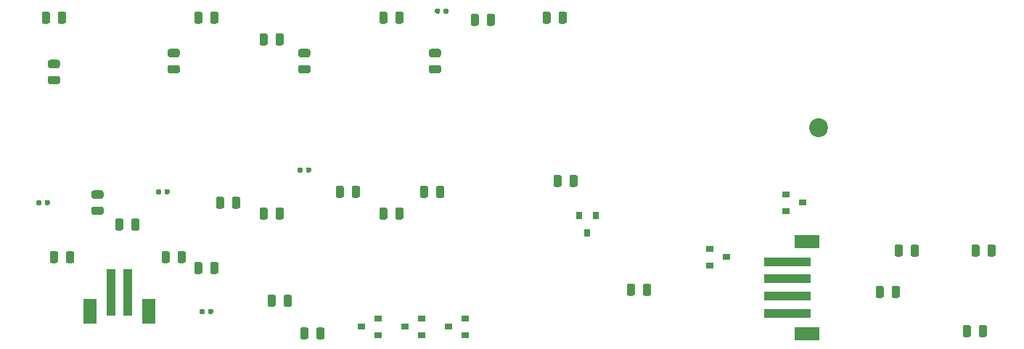
<source format=gbr>
G04 #@! TF.GenerationSoftware,KiCad,Pcbnew,(5.1.6-0-10_14)*
G04 #@! TF.CreationDate,2020-06-30T11:33:21-07:00*
G04 #@! TF.ProjectId,Pufferfish-Interface-1,50756666-6572-4666-9973-682d496e7465,v0.1*
G04 #@! TF.SameCoordinates,Original*
G04 #@! TF.FileFunction,Paste,Bot*
G04 #@! TF.FilePolarity,Positive*
%FSLAX46Y46*%
G04 Gerber Fmt 4.6, Leading zero omitted, Abs format (unit mm)*
G04 Created by KiCad (PCBNEW (5.1.6-0-10_14)) date 2020-06-30 11:33:21*
%MOMM*%
%LPD*%
G01*
G04 APERTURE LIST*
%ADD10R,3.000000X1.600000*%
%ADD11R,5.500000X1.000000*%
%ADD12C,2.200000*%
%ADD13R,1.000000X5.500000*%
%ADD14R,1.600000X3.000000*%
%ADD15R,0.900000X0.800000*%
%ADD16R,0.800000X0.900000*%
G04 APERTURE END LIST*
G36*
G01*
X69908000Y-18847750D02*
X69908000Y-19760250D01*
G75*
G02*
X69664250Y-20004000I-243750J0D01*
G01*
X69176750Y-20004000D01*
G75*
G02*
X68933000Y-19760250I0J243750D01*
G01*
X68933000Y-18847750D01*
G75*
G02*
X69176750Y-18604000I243750J0D01*
G01*
X69664250Y-18604000D01*
G75*
G02*
X69908000Y-18847750I0J-243750D01*
G01*
G37*
G36*
G01*
X71783000Y-18847750D02*
X71783000Y-19760250D01*
G75*
G02*
X71539250Y-20004000I-243750J0D01*
G01*
X71051750Y-20004000D01*
G75*
G02*
X70808000Y-19760250I0J243750D01*
G01*
X70808000Y-18847750D01*
G75*
G02*
X71051750Y-18604000I243750J0D01*
G01*
X71539250Y-18604000D01*
G75*
G02*
X71783000Y-18847750I0J-243750D01*
G01*
G37*
G36*
G01*
X78290000Y-18593750D02*
X78290000Y-19506250D01*
G75*
G02*
X78046250Y-19750000I-243750J0D01*
G01*
X77558750Y-19750000D01*
G75*
G02*
X77315000Y-19506250I0J243750D01*
G01*
X77315000Y-18593750D01*
G75*
G02*
X77558750Y-18350000I243750J0D01*
G01*
X78046250Y-18350000D01*
G75*
G02*
X78290000Y-18593750I0J-243750D01*
G01*
G37*
G36*
G01*
X80165000Y-18593750D02*
X80165000Y-19506250D01*
G75*
G02*
X79921250Y-19750000I-243750J0D01*
G01*
X79433750Y-19750000D01*
G75*
G02*
X79190000Y-19506250I0J243750D01*
G01*
X79190000Y-18593750D01*
G75*
G02*
X79433750Y-18350000I243750J0D01*
G01*
X79921250Y-18350000D01*
G75*
G02*
X80165000Y-18593750I0J-243750D01*
G01*
G37*
G36*
G01*
X64887500Y-39826250D02*
X64887500Y-38913750D01*
G75*
G02*
X65131250Y-38670000I243750J0D01*
G01*
X65618750Y-38670000D01*
G75*
G02*
X65862500Y-38913750I0J-243750D01*
G01*
X65862500Y-39826250D01*
G75*
G02*
X65618750Y-40070000I-243750J0D01*
G01*
X65131250Y-40070000D01*
G75*
G02*
X64887500Y-39826250I0J243750D01*
G01*
G37*
G36*
G01*
X63012500Y-39826250D02*
X63012500Y-38913750D01*
G75*
G02*
X63256250Y-38670000I243750J0D01*
G01*
X63743750Y-38670000D01*
G75*
G02*
X63987500Y-38913750I0J-243750D01*
G01*
X63987500Y-39826250D01*
G75*
G02*
X63743750Y-40070000I-243750J0D01*
G01*
X63256250Y-40070000D01*
G75*
G02*
X63012500Y-39826250I0J243750D01*
G01*
G37*
G36*
G01*
X66335000Y-18115500D02*
X66335000Y-18460500D01*
G75*
G02*
X66187500Y-18608000I-147500J0D01*
G01*
X65892500Y-18608000D01*
G75*
G02*
X65745000Y-18460500I0J147500D01*
G01*
X65745000Y-18115500D01*
G75*
G02*
X65892500Y-17968000I147500J0D01*
G01*
X66187500Y-17968000D01*
G75*
G02*
X66335000Y-18115500I0J-147500D01*
G01*
G37*
G36*
G01*
X65365000Y-18115500D02*
X65365000Y-18460500D01*
G75*
G02*
X65217500Y-18608000I-147500J0D01*
G01*
X64922500Y-18608000D01*
G75*
G02*
X64775000Y-18460500I0J147500D01*
G01*
X64775000Y-18115500D01*
G75*
G02*
X64922500Y-17968000I147500J0D01*
G01*
X65217500Y-17968000D01*
G75*
G02*
X65365000Y-18115500I0J-147500D01*
G01*
G37*
G36*
G01*
X65226250Y-23680000D02*
X64313750Y-23680000D01*
G75*
G02*
X64070000Y-23436250I0J243750D01*
G01*
X64070000Y-22948750D01*
G75*
G02*
X64313750Y-22705000I243750J0D01*
G01*
X65226250Y-22705000D01*
G75*
G02*
X65470000Y-22948750I0J-243750D01*
G01*
X65470000Y-23436250D01*
G75*
G02*
X65226250Y-23680000I-243750J0D01*
G01*
G37*
G36*
G01*
X65226250Y-25555000D02*
X64313750Y-25555000D01*
G75*
G02*
X64070000Y-25311250I0J243750D01*
G01*
X64070000Y-24823750D01*
G75*
G02*
X64313750Y-24580000I243750J0D01*
G01*
X65226250Y-24580000D01*
G75*
G02*
X65470000Y-24823750I0J-243750D01*
G01*
X65470000Y-25311250D01*
G75*
G02*
X65226250Y-25555000I-243750J0D01*
G01*
G37*
G36*
G01*
X88117500Y-50343750D02*
X88117500Y-51256250D01*
G75*
G02*
X87873750Y-51500000I-243750J0D01*
G01*
X87386250Y-51500000D01*
G75*
G02*
X87142500Y-51256250I0J243750D01*
G01*
X87142500Y-50343750D01*
G75*
G02*
X87386250Y-50100000I243750J0D01*
G01*
X87873750Y-50100000D01*
G75*
G02*
X88117500Y-50343750I0J-243750D01*
G01*
G37*
G36*
G01*
X89992500Y-50343750D02*
X89992500Y-51256250D01*
G75*
G02*
X89748750Y-51500000I-243750J0D01*
G01*
X89261250Y-51500000D01*
G75*
G02*
X89017500Y-51256250I0J243750D01*
G01*
X89017500Y-50343750D01*
G75*
G02*
X89261250Y-50100000I243750J0D01*
G01*
X89748750Y-50100000D01*
G75*
G02*
X89992500Y-50343750I0J-243750D01*
G01*
G37*
G36*
G01*
X50917500Y-56336250D02*
X50917500Y-55423750D01*
G75*
G02*
X51161250Y-55180000I243750J0D01*
G01*
X51648750Y-55180000D01*
G75*
G02*
X51892500Y-55423750I0J-243750D01*
G01*
X51892500Y-56336250D01*
G75*
G02*
X51648750Y-56580000I-243750J0D01*
G01*
X51161250Y-56580000D01*
G75*
G02*
X50917500Y-56336250I0J243750D01*
G01*
G37*
G36*
G01*
X49042500Y-56336250D02*
X49042500Y-55423750D01*
G75*
G02*
X49286250Y-55180000I243750J0D01*
G01*
X49773750Y-55180000D01*
G75*
G02*
X50017500Y-55423750I0J-243750D01*
G01*
X50017500Y-56336250D01*
G75*
G02*
X49773750Y-56580000I-243750J0D01*
G01*
X49286250Y-56580000D01*
G75*
G02*
X49042500Y-56336250I0J243750D01*
G01*
G37*
G36*
G01*
X28427500Y-42723750D02*
X28427500Y-43636250D01*
G75*
G02*
X28183750Y-43880000I-243750J0D01*
G01*
X27696250Y-43880000D01*
G75*
G02*
X27452500Y-43636250I0J243750D01*
G01*
X27452500Y-42723750D01*
G75*
G02*
X27696250Y-42480000I243750J0D01*
G01*
X28183750Y-42480000D01*
G75*
G02*
X28427500Y-42723750I0J-243750D01*
G01*
G37*
G36*
G01*
X30302500Y-42723750D02*
X30302500Y-43636250D01*
G75*
G02*
X30058750Y-43880000I-243750J0D01*
G01*
X29571250Y-43880000D01*
G75*
G02*
X29327500Y-43636250I0J243750D01*
G01*
X29327500Y-42723750D01*
G75*
G02*
X29571250Y-42480000I243750J0D01*
G01*
X30058750Y-42480000D01*
G75*
G02*
X30302500Y-42723750I0J-243750D01*
G01*
G37*
G36*
G01*
X20770000Y-19506250D02*
X20770000Y-18593750D01*
G75*
G02*
X21013750Y-18350000I243750J0D01*
G01*
X21501250Y-18350000D01*
G75*
G02*
X21745000Y-18593750I0J-243750D01*
G01*
X21745000Y-19506250D01*
G75*
G02*
X21501250Y-19750000I-243750J0D01*
G01*
X21013750Y-19750000D01*
G75*
G02*
X20770000Y-19506250I0J243750D01*
G01*
G37*
G36*
G01*
X18895000Y-19506250D02*
X18895000Y-18593750D01*
G75*
G02*
X19138750Y-18350000I243750J0D01*
G01*
X19626250Y-18350000D01*
G75*
G02*
X19870000Y-18593750I0J-243750D01*
G01*
X19870000Y-19506250D01*
G75*
G02*
X19626250Y-19750000I-243750J0D01*
G01*
X19138750Y-19750000D01*
G75*
G02*
X18895000Y-19506250I0J243750D01*
G01*
G37*
G36*
G01*
X25856250Y-40190000D02*
X24943750Y-40190000D01*
G75*
G02*
X24700000Y-39946250I0J243750D01*
G01*
X24700000Y-39458750D01*
G75*
G02*
X24943750Y-39215000I243750J0D01*
G01*
X25856250Y-39215000D01*
G75*
G02*
X26100000Y-39458750I0J-243750D01*
G01*
X26100000Y-39946250D01*
G75*
G02*
X25856250Y-40190000I-243750J0D01*
G01*
G37*
G36*
G01*
X25856250Y-42065000D02*
X24943750Y-42065000D01*
G75*
G02*
X24700000Y-41821250I0J243750D01*
G01*
X24700000Y-41333750D01*
G75*
G02*
X24943750Y-41090000I243750J0D01*
G01*
X25856250Y-41090000D01*
G75*
G02*
X26100000Y-41333750I0J-243750D01*
G01*
X26100000Y-41821250D01*
G75*
G02*
X25856250Y-42065000I-243750J0D01*
G01*
G37*
G36*
G01*
X42065000Y-40183750D02*
X42065000Y-41096250D01*
G75*
G02*
X41821250Y-41340000I-243750J0D01*
G01*
X41333750Y-41340000D01*
G75*
G02*
X41090000Y-41096250I0J243750D01*
G01*
X41090000Y-40183750D01*
G75*
G02*
X41333750Y-39940000I243750J0D01*
G01*
X41821250Y-39940000D01*
G75*
G02*
X42065000Y-40183750I0J-243750D01*
G01*
G37*
G36*
G01*
X40190000Y-40183750D02*
X40190000Y-41096250D01*
G75*
G02*
X39946250Y-41340000I-243750J0D01*
G01*
X39458750Y-41340000D01*
G75*
G02*
X39215000Y-41096250I0J243750D01*
G01*
X39215000Y-40183750D01*
G75*
G02*
X39458750Y-39940000I243750J0D01*
G01*
X39946250Y-39940000D01*
G75*
G02*
X40190000Y-40183750I0J-243750D01*
G01*
G37*
G36*
G01*
X37650000Y-18593750D02*
X37650000Y-19506250D01*
G75*
G02*
X37406250Y-19750000I-243750J0D01*
G01*
X36918750Y-19750000D01*
G75*
G02*
X36675000Y-19506250I0J243750D01*
G01*
X36675000Y-18593750D01*
G75*
G02*
X36918750Y-18350000I243750J0D01*
G01*
X37406250Y-18350000D01*
G75*
G02*
X37650000Y-18593750I0J-243750D01*
G01*
G37*
G36*
G01*
X39525000Y-18593750D02*
X39525000Y-19506250D01*
G75*
G02*
X39281250Y-19750000I-243750J0D01*
G01*
X38793750Y-19750000D01*
G75*
G02*
X38550000Y-19506250I0J243750D01*
G01*
X38550000Y-18593750D01*
G75*
G02*
X38793750Y-18350000I243750J0D01*
G01*
X39281250Y-18350000D01*
G75*
G02*
X39525000Y-18593750I0J-243750D01*
G01*
G37*
G36*
G01*
X44295000Y-42366250D02*
X44295000Y-41453750D01*
G75*
G02*
X44538750Y-41210000I243750J0D01*
G01*
X45026250Y-41210000D01*
G75*
G02*
X45270000Y-41453750I0J-243750D01*
G01*
X45270000Y-42366250D01*
G75*
G02*
X45026250Y-42610000I-243750J0D01*
G01*
X44538750Y-42610000D01*
G75*
G02*
X44295000Y-42366250I0J243750D01*
G01*
G37*
G36*
G01*
X46170000Y-42366250D02*
X46170000Y-41453750D01*
G75*
G02*
X46413750Y-41210000I243750J0D01*
G01*
X46901250Y-41210000D01*
G75*
G02*
X47145000Y-41453750I0J-243750D01*
G01*
X47145000Y-42366250D01*
G75*
G02*
X46901250Y-42610000I-243750J0D01*
G01*
X46413750Y-42610000D01*
G75*
G02*
X46170000Y-42366250I0J243750D01*
G01*
G37*
G36*
G01*
X55060000Y-39826250D02*
X55060000Y-38913750D01*
G75*
G02*
X55303750Y-38670000I243750J0D01*
G01*
X55791250Y-38670000D01*
G75*
G02*
X56035000Y-38913750I0J-243750D01*
G01*
X56035000Y-39826250D01*
G75*
G02*
X55791250Y-40070000I-243750J0D01*
G01*
X55303750Y-40070000D01*
G75*
G02*
X55060000Y-39826250I0J243750D01*
G01*
G37*
G36*
G01*
X53185000Y-39826250D02*
X53185000Y-38913750D01*
G75*
G02*
X53428750Y-38670000I243750J0D01*
G01*
X53916250Y-38670000D01*
G75*
G02*
X54160000Y-38913750I0J-243750D01*
G01*
X54160000Y-39826250D01*
G75*
G02*
X53916250Y-40070000I-243750J0D01*
G01*
X53428750Y-40070000D01*
G75*
G02*
X53185000Y-39826250I0J243750D01*
G01*
G37*
G36*
G01*
X18270000Y-40812500D02*
X18270000Y-40467500D01*
G75*
G02*
X18417500Y-40320000I147500J0D01*
G01*
X18712500Y-40320000D01*
G75*
G02*
X18860000Y-40467500I0J-147500D01*
G01*
X18860000Y-40812500D01*
G75*
G02*
X18712500Y-40960000I-147500J0D01*
G01*
X18417500Y-40960000D01*
G75*
G02*
X18270000Y-40812500I0J147500D01*
G01*
G37*
G36*
G01*
X19240000Y-40812500D02*
X19240000Y-40467500D01*
G75*
G02*
X19387500Y-40320000I147500J0D01*
G01*
X19682500Y-40320000D01*
G75*
G02*
X19830000Y-40467500I0J-147500D01*
G01*
X19830000Y-40812500D01*
G75*
G02*
X19682500Y-40960000I-147500J0D01*
G01*
X19387500Y-40960000D01*
G75*
G02*
X19240000Y-40812500I0J147500D01*
G01*
G37*
G36*
G01*
X32240000Y-39542500D02*
X32240000Y-39197500D01*
G75*
G02*
X32387500Y-39050000I147500J0D01*
G01*
X32682500Y-39050000D01*
G75*
G02*
X32830000Y-39197500I0J-147500D01*
G01*
X32830000Y-39542500D01*
G75*
G02*
X32682500Y-39690000I-147500J0D01*
G01*
X32387500Y-39690000D01*
G75*
G02*
X32240000Y-39542500I0J147500D01*
G01*
G37*
G36*
G01*
X33210000Y-39542500D02*
X33210000Y-39197500D01*
G75*
G02*
X33357500Y-39050000I147500J0D01*
G01*
X33652500Y-39050000D01*
G75*
G02*
X33800000Y-39197500I0J-147500D01*
G01*
X33800000Y-39542500D01*
G75*
G02*
X33652500Y-39690000I-147500J0D01*
G01*
X33357500Y-39690000D01*
G75*
G02*
X33210000Y-39542500I0J147500D01*
G01*
G37*
D10*
X108168000Y-45146000D03*
X108168000Y-55946000D03*
D11*
X105918000Y-47546000D03*
X105918000Y-53546000D03*
X105918000Y-49546000D03*
X105918000Y-51546000D03*
G36*
G01*
X20776250Y-24950000D02*
X19863750Y-24950000D01*
G75*
G02*
X19620000Y-24706250I0J243750D01*
G01*
X19620000Y-24218750D01*
G75*
G02*
X19863750Y-23975000I243750J0D01*
G01*
X20776250Y-23975000D01*
G75*
G02*
X21020000Y-24218750I0J-243750D01*
G01*
X21020000Y-24706250D01*
G75*
G02*
X20776250Y-24950000I-243750J0D01*
G01*
G37*
G36*
G01*
X20776250Y-26825000D02*
X19863750Y-26825000D01*
G75*
G02*
X19620000Y-26581250I0J243750D01*
G01*
X19620000Y-26093750D01*
G75*
G02*
X19863750Y-25850000I243750J0D01*
G01*
X20776250Y-25850000D01*
G75*
G02*
X21020000Y-26093750I0J-243750D01*
G01*
X21020000Y-26581250D01*
G75*
G02*
X20776250Y-26825000I-243750J0D01*
G01*
G37*
G36*
G01*
X34746250Y-23680000D02*
X33833750Y-23680000D01*
G75*
G02*
X33590000Y-23436250I0J243750D01*
G01*
X33590000Y-22948750D01*
G75*
G02*
X33833750Y-22705000I243750J0D01*
G01*
X34746250Y-22705000D01*
G75*
G02*
X34990000Y-22948750I0J-243750D01*
G01*
X34990000Y-23436250D01*
G75*
G02*
X34746250Y-23680000I-243750J0D01*
G01*
G37*
G36*
G01*
X34746250Y-25555000D02*
X33833750Y-25555000D01*
G75*
G02*
X33590000Y-25311250I0J243750D01*
G01*
X33590000Y-24823750D01*
G75*
G02*
X33833750Y-24580000I243750J0D01*
G01*
X34746250Y-24580000D01*
G75*
G02*
X34990000Y-24823750I0J-243750D01*
G01*
X34990000Y-25311250D01*
G75*
G02*
X34746250Y-25555000I-243750J0D01*
G01*
G37*
D12*
X109551601Y-31921601D03*
G36*
G01*
X49986250Y-23680000D02*
X49073750Y-23680000D01*
G75*
G02*
X48830000Y-23436250I0J243750D01*
G01*
X48830000Y-22948750D01*
G75*
G02*
X49073750Y-22705000I243750J0D01*
G01*
X49986250Y-22705000D01*
G75*
G02*
X50230000Y-22948750I0J-243750D01*
G01*
X50230000Y-23436250D01*
G75*
G02*
X49986250Y-23680000I-243750J0D01*
G01*
G37*
G36*
G01*
X49986250Y-25555000D02*
X49073750Y-25555000D01*
G75*
G02*
X48830000Y-25311250I0J243750D01*
G01*
X48830000Y-24823750D01*
G75*
G02*
X49073750Y-24580000I243750J0D01*
G01*
X49986250Y-24580000D01*
G75*
G02*
X50230000Y-24823750I0J-243750D01*
G01*
X50230000Y-25311250D01*
G75*
G02*
X49986250Y-25555000I-243750J0D01*
G01*
G37*
G36*
G01*
X38550000Y-48716250D02*
X38550000Y-47803750D01*
G75*
G02*
X38793750Y-47560000I243750J0D01*
G01*
X39281250Y-47560000D01*
G75*
G02*
X39525000Y-47803750I0J-243750D01*
G01*
X39525000Y-48716250D01*
G75*
G02*
X39281250Y-48960000I-243750J0D01*
G01*
X38793750Y-48960000D01*
G75*
G02*
X38550000Y-48716250I0J243750D01*
G01*
G37*
G36*
G01*
X36675000Y-48716250D02*
X36675000Y-47803750D01*
G75*
G02*
X36918750Y-47560000I243750J0D01*
G01*
X37406250Y-47560000D01*
G75*
G02*
X37650000Y-47803750I0J-243750D01*
G01*
X37650000Y-48716250D01*
G75*
G02*
X37406250Y-48960000I-243750J0D01*
G01*
X36918750Y-48960000D01*
G75*
G02*
X36675000Y-48716250I0J243750D01*
G01*
G37*
D13*
X26940000Y-51090000D03*
X28940000Y-51090000D03*
D14*
X24540000Y-53340000D03*
X31340000Y-53340000D03*
G36*
G01*
X48750000Y-37002500D02*
X48750000Y-36657500D01*
G75*
G02*
X48897500Y-36510000I147500J0D01*
G01*
X49192500Y-36510000D01*
G75*
G02*
X49340000Y-36657500I0J-147500D01*
G01*
X49340000Y-37002500D01*
G75*
G02*
X49192500Y-37150000I-147500J0D01*
G01*
X48897500Y-37150000D01*
G75*
G02*
X48750000Y-37002500I0J147500D01*
G01*
G37*
G36*
G01*
X49720000Y-37002500D02*
X49720000Y-36657500D01*
G75*
G02*
X49867500Y-36510000I147500J0D01*
G01*
X50162500Y-36510000D01*
G75*
G02*
X50310000Y-36657500I0J-147500D01*
G01*
X50310000Y-37002500D01*
G75*
G02*
X50162500Y-37150000I-147500J0D01*
G01*
X49867500Y-37150000D01*
G75*
G02*
X49720000Y-37002500I0J147500D01*
G01*
G37*
G36*
G01*
X37320000Y-53512500D02*
X37320000Y-53167500D01*
G75*
G02*
X37467500Y-53020000I147500J0D01*
G01*
X37762500Y-53020000D01*
G75*
G02*
X37910000Y-53167500I0J-147500D01*
G01*
X37910000Y-53512500D01*
G75*
G02*
X37762500Y-53660000I-147500J0D01*
G01*
X37467500Y-53660000D01*
G75*
G02*
X37320000Y-53512500I0J147500D01*
G01*
G37*
G36*
G01*
X38290000Y-53512500D02*
X38290000Y-53167500D01*
G75*
G02*
X38437500Y-53020000I147500J0D01*
G01*
X38732500Y-53020000D01*
G75*
G02*
X38880000Y-53167500I0J-147500D01*
G01*
X38880000Y-53512500D01*
G75*
G02*
X38732500Y-53660000I-147500J0D01*
G01*
X38437500Y-53660000D01*
G75*
G02*
X38290000Y-53512500I0J147500D01*
G01*
G37*
D15*
X98790000Y-46990000D03*
X96790000Y-46040000D03*
X96790000Y-47940000D03*
D16*
X82550000Y-44180000D03*
X83500000Y-42180000D03*
X81600000Y-42180000D03*
D15*
X107680000Y-40640000D03*
X105680000Y-39690000D03*
X105680000Y-41590000D03*
X58150000Y-54168000D03*
X58150000Y-56068000D03*
X56150000Y-55118000D03*
X68310000Y-54168000D03*
X68310000Y-56068000D03*
X66310000Y-55118000D03*
X63230000Y-54168000D03*
X63230000Y-56068000D03*
X61230000Y-55118000D03*
G36*
G01*
X60140000Y-42366250D02*
X60140000Y-41453750D01*
G75*
G02*
X60383750Y-41210000I243750J0D01*
G01*
X60871250Y-41210000D01*
G75*
G02*
X61115000Y-41453750I0J-243750D01*
G01*
X61115000Y-42366250D01*
G75*
G02*
X60871250Y-42610000I-243750J0D01*
G01*
X60383750Y-42610000D01*
G75*
G02*
X60140000Y-42366250I0J243750D01*
G01*
G37*
G36*
G01*
X58265000Y-42366250D02*
X58265000Y-41453750D01*
G75*
G02*
X58508750Y-41210000I243750J0D01*
G01*
X58996250Y-41210000D01*
G75*
G02*
X59240000Y-41453750I0J-243750D01*
G01*
X59240000Y-42366250D01*
G75*
G02*
X58996250Y-42610000I-243750J0D01*
G01*
X58508750Y-42610000D01*
G75*
G02*
X58265000Y-42366250I0J243750D01*
G01*
G37*
G36*
G01*
X80460000Y-38556250D02*
X80460000Y-37643750D01*
G75*
G02*
X80703750Y-37400000I243750J0D01*
G01*
X81191250Y-37400000D01*
G75*
G02*
X81435000Y-37643750I0J-243750D01*
G01*
X81435000Y-38556250D01*
G75*
G02*
X81191250Y-38800000I-243750J0D01*
G01*
X80703750Y-38800000D01*
G75*
G02*
X80460000Y-38556250I0J243750D01*
G01*
G37*
G36*
G01*
X78585000Y-38556250D02*
X78585000Y-37643750D01*
G75*
G02*
X78828750Y-37400000I243750J0D01*
G01*
X79316250Y-37400000D01*
G75*
G02*
X79560000Y-37643750I0J-243750D01*
G01*
X79560000Y-38556250D01*
G75*
G02*
X79316250Y-38800000I-243750J0D01*
G01*
X78828750Y-38800000D01*
G75*
G02*
X78585000Y-38556250I0J243750D01*
G01*
G37*
G36*
G01*
X118052000Y-51510250D02*
X118052000Y-50597750D01*
G75*
G02*
X118295750Y-50354000I243750J0D01*
G01*
X118783250Y-50354000D01*
G75*
G02*
X119027000Y-50597750I0J-243750D01*
G01*
X119027000Y-51510250D01*
G75*
G02*
X118783250Y-51754000I-243750J0D01*
G01*
X118295750Y-51754000D01*
G75*
G02*
X118052000Y-51510250I0J243750D01*
G01*
G37*
G36*
G01*
X116177000Y-51510250D02*
X116177000Y-50597750D01*
G75*
G02*
X116420750Y-50354000I243750J0D01*
G01*
X116908250Y-50354000D01*
G75*
G02*
X117152000Y-50597750I0J-243750D01*
G01*
X117152000Y-51510250D01*
G75*
G02*
X116908250Y-51754000I-243750J0D01*
G01*
X116420750Y-51754000D01*
G75*
G02*
X116177000Y-51510250I0J243750D01*
G01*
G37*
G36*
G01*
X120259500Y-46684250D02*
X120259500Y-45771750D01*
G75*
G02*
X120503250Y-45528000I243750J0D01*
G01*
X120990750Y-45528000D01*
G75*
G02*
X121234500Y-45771750I0J-243750D01*
G01*
X121234500Y-46684250D01*
G75*
G02*
X120990750Y-46928000I-243750J0D01*
G01*
X120503250Y-46928000D01*
G75*
G02*
X120259500Y-46684250I0J243750D01*
G01*
G37*
G36*
G01*
X118384500Y-46684250D02*
X118384500Y-45771750D01*
G75*
G02*
X118628250Y-45528000I243750J0D01*
G01*
X119115750Y-45528000D01*
G75*
G02*
X119359500Y-45771750I0J-243750D01*
G01*
X119359500Y-46684250D01*
G75*
G02*
X119115750Y-46928000I-243750J0D01*
G01*
X118628250Y-46928000D01*
G75*
G02*
X118384500Y-46684250I0J243750D01*
G01*
G37*
G36*
G01*
X128212000Y-56082250D02*
X128212000Y-55169750D01*
G75*
G02*
X128455750Y-54926000I243750J0D01*
G01*
X128943250Y-54926000D01*
G75*
G02*
X129187000Y-55169750I0J-243750D01*
G01*
X129187000Y-56082250D01*
G75*
G02*
X128943250Y-56326000I-243750J0D01*
G01*
X128455750Y-56326000D01*
G75*
G02*
X128212000Y-56082250I0J243750D01*
G01*
G37*
G36*
G01*
X126337000Y-56082250D02*
X126337000Y-55169750D01*
G75*
G02*
X126580750Y-54926000I243750J0D01*
G01*
X127068250Y-54926000D01*
G75*
G02*
X127312000Y-55169750I0J-243750D01*
G01*
X127312000Y-56082250D01*
G75*
G02*
X127068250Y-56326000I-243750J0D01*
G01*
X126580750Y-56326000D01*
G75*
G02*
X126337000Y-56082250I0J243750D01*
G01*
G37*
G36*
G01*
X129228000Y-46684250D02*
X129228000Y-45771750D01*
G75*
G02*
X129471750Y-45528000I243750J0D01*
G01*
X129959250Y-45528000D01*
G75*
G02*
X130203000Y-45771750I0J-243750D01*
G01*
X130203000Y-46684250D01*
G75*
G02*
X129959250Y-46928000I-243750J0D01*
G01*
X129471750Y-46928000D01*
G75*
G02*
X129228000Y-46684250I0J243750D01*
G01*
G37*
G36*
G01*
X127353000Y-46684250D02*
X127353000Y-45771750D01*
G75*
G02*
X127596750Y-45528000I243750J0D01*
G01*
X128084250Y-45528000D01*
G75*
G02*
X128328000Y-45771750I0J-243750D01*
G01*
X128328000Y-46684250D01*
G75*
G02*
X128084250Y-46928000I-243750J0D01*
G01*
X127596750Y-46928000D01*
G75*
G02*
X127353000Y-46684250I0J243750D01*
G01*
G37*
G36*
G01*
X48082500Y-51613750D02*
X48082500Y-52526250D01*
G75*
G02*
X47838750Y-52770000I-243750J0D01*
G01*
X47351250Y-52770000D01*
G75*
G02*
X47107500Y-52526250I0J243750D01*
G01*
X47107500Y-51613750D01*
G75*
G02*
X47351250Y-51370000I243750J0D01*
G01*
X47838750Y-51370000D01*
G75*
G02*
X48082500Y-51613750I0J-243750D01*
G01*
G37*
G36*
G01*
X46207500Y-51613750D02*
X46207500Y-52526250D01*
G75*
G02*
X45963750Y-52770000I-243750J0D01*
G01*
X45476250Y-52770000D01*
G75*
G02*
X45232500Y-52526250I0J243750D01*
G01*
X45232500Y-51613750D01*
G75*
G02*
X45476250Y-51370000I243750J0D01*
G01*
X45963750Y-51370000D01*
G75*
G02*
X46207500Y-51613750I0J-243750D01*
G01*
G37*
G36*
G01*
X59240000Y-18593750D02*
X59240000Y-19506250D01*
G75*
G02*
X58996250Y-19750000I-243750J0D01*
G01*
X58508750Y-19750000D01*
G75*
G02*
X58265000Y-19506250I0J243750D01*
G01*
X58265000Y-18593750D01*
G75*
G02*
X58508750Y-18350000I243750J0D01*
G01*
X58996250Y-18350000D01*
G75*
G02*
X59240000Y-18593750I0J-243750D01*
G01*
G37*
G36*
G01*
X61115000Y-18593750D02*
X61115000Y-19506250D01*
G75*
G02*
X60871250Y-19750000I-243750J0D01*
G01*
X60383750Y-19750000D01*
G75*
G02*
X60140000Y-19506250I0J243750D01*
G01*
X60140000Y-18593750D01*
G75*
G02*
X60383750Y-18350000I243750J0D01*
G01*
X60871250Y-18350000D01*
G75*
G02*
X61115000Y-18593750I0J-243750D01*
G01*
G37*
G36*
G01*
X47145000Y-21133750D02*
X47145000Y-22046250D01*
G75*
G02*
X46901250Y-22290000I-243750J0D01*
G01*
X46413750Y-22290000D01*
G75*
G02*
X46170000Y-22046250I0J243750D01*
G01*
X46170000Y-21133750D01*
G75*
G02*
X46413750Y-20890000I243750J0D01*
G01*
X46901250Y-20890000D01*
G75*
G02*
X47145000Y-21133750I0J-243750D01*
G01*
G37*
G36*
G01*
X45270000Y-21133750D02*
X45270000Y-22046250D01*
G75*
G02*
X45026250Y-22290000I-243750J0D01*
G01*
X44538750Y-22290000D01*
G75*
G02*
X44295000Y-22046250I0J243750D01*
G01*
X44295000Y-21133750D01*
G75*
G02*
X44538750Y-20890000I243750J0D01*
G01*
X45026250Y-20890000D01*
G75*
G02*
X45270000Y-21133750I0J-243750D01*
G01*
G37*
G36*
G01*
X21707500Y-47446250D02*
X21707500Y-46533750D01*
G75*
G02*
X21951250Y-46290000I243750J0D01*
G01*
X22438750Y-46290000D01*
G75*
G02*
X22682500Y-46533750I0J-243750D01*
G01*
X22682500Y-47446250D01*
G75*
G02*
X22438750Y-47690000I-243750J0D01*
G01*
X21951250Y-47690000D01*
G75*
G02*
X21707500Y-47446250I0J243750D01*
G01*
G37*
G36*
G01*
X19832500Y-47446250D02*
X19832500Y-46533750D01*
G75*
G02*
X20076250Y-46290000I243750J0D01*
G01*
X20563750Y-46290000D01*
G75*
G02*
X20807500Y-46533750I0J-243750D01*
G01*
X20807500Y-47446250D01*
G75*
G02*
X20563750Y-47690000I-243750J0D01*
G01*
X20076250Y-47690000D01*
G75*
G02*
X19832500Y-47446250I0J243750D01*
G01*
G37*
G36*
G01*
X34740000Y-47446250D02*
X34740000Y-46533750D01*
G75*
G02*
X34983750Y-46290000I243750J0D01*
G01*
X35471250Y-46290000D01*
G75*
G02*
X35715000Y-46533750I0J-243750D01*
G01*
X35715000Y-47446250D01*
G75*
G02*
X35471250Y-47690000I-243750J0D01*
G01*
X34983750Y-47690000D01*
G75*
G02*
X34740000Y-47446250I0J243750D01*
G01*
G37*
G36*
G01*
X32865000Y-47446250D02*
X32865000Y-46533750D01*
G75*
G02*
X33108750Y-46290000I243750J0D01*
G01*
X33596250Y-46290000D01*
G75*
G02*
X33840000Y-46533750I0J-243750D01*
G01*
X33840000Y-47446250D01*
G75*
G02*
X33596250Y-47690000I-243750J0D01*
G01*
X33108750Y-47690000D01*
G75*
G02*
X32865000Y-47446250I0J243750D01*
G01*
G37*
M02*

</source>
